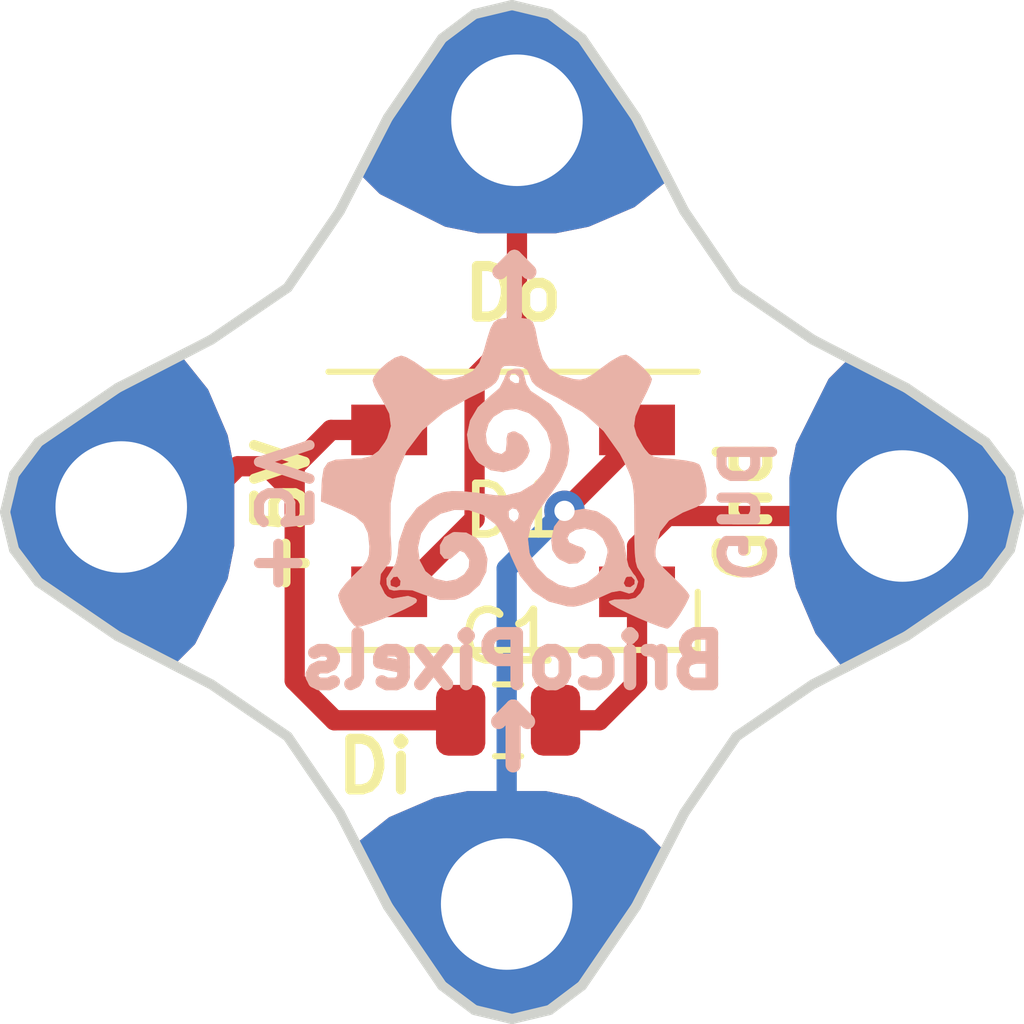
<source format=kicad_pcb>
(kicad_pcb (version 20171130) (host pcbnew 5.1.2-1.fc30)

  (general
    (thickness 1.6)
    (drawings 50)
    (tracks 31)
    (zones 0)
    (modules 7)
    (nets 5)
  )

  (page User 148.006 105.004)
  (title_block
    (title "WS2812B BricoPixels custom PCB")
    (date 2019-06-02)
    (rev 1)
    (company BricoLabs)
    (comment 1 "Diseñado: Pablo G.")
  )

  (layers
    (0 F.Cu signal)
    (31 B.Cu signal)
    (32 B.Adhes user)
    (33 F.Adhes user)
    (34 B.Paste user)
    (35 F.Paste user)
    (36 B.SilkS user)
    (37 F.SilkS user)
    (38 B.Mask user)
    (39 F.Mask user)
    (40 Dwgs.User user)
    (41 Cmts.User user)
    (42 Eco1.User user)
    (43 Eco2.User user)
    (44 Edge.Cuts user)
    (45 Margin user)
    (46 B.CrtYd user)
    (47 F.CrtYd user)
    (48 B.Fab user)
    (49 F.Fab user)
  )

  (setup
    (last_trace_width 0.4)
    (trace_clearance 0.2)
    (zone_clearance 0.508)
    (zone_45_only no)
    (trace_min 0.2)
    (via_size 0.8)
    (via_drill 0.4)
    (via_min_size 0.4)
    (via_min_drill 0.3)
    (uvia_size 0.3)
    (uvia_drill 0.1)
    (uvias_allowed no)
    (uvia_min_size 0.2)
    (uvia_min_drill 0.1)
    (edge_width 0.2)
    (segment_width 0.2)
    (pcb_text_width 0.3)
    (pcb_text_size 1.5 1.5)
    (mod_edge_width 0.15)
    (mod_text_size 1 1)
    (mod_text_width 0.15)
    (pad_size 1.5 1)
    (pad_drill 0)
    (pad_to_mask_clearance 0.051)
    (solder_mask_min_width 0.25)
    (aux_axis_origin 0 0)
    (visible_elements FFFFFF7F)
    (pcbplotparams
      (layerselection 0x010fc_ffffffff)
      (usegerberextensions false)
      (usegerberattributes false)
      (usegerberadvancedattributes false)
      (creategerberjobfile false)
      (excludeedgelayer true)
      (linewidth 0.100000)
      (plotframeref false)
      (viasonmask false)
      (mode 1)
      (useauxorigin false)
      (hpglpennumber 1)
      (hpglpenspeed 20)
      (hpglpendiameter 15.000000)
      (psnegative false)
      (psa4output false)
      (plotreference true)
      (plotvalue true)
      (plotinvisibletext false)
      (padsonsilk false)
      (subtractmaskfromsilk false)
      (outputformat 1)
      (mirror false)
      (drillshape 1)
      (scaleselection 1)
      (outputdirectory ""))
  )

  (net 0 "")
  (net 1 VCC)
  (net 2 GND)
  (net 3 "Net-(D1-Pad4)")
  (net 4 "Net-(D1-Pad2)")

  (net_class Default "This is the default net class."
    (clearance 0.2)
    (trace_width 0.4)
    (via_dia 0.8)
    (via_drill 0.4)
    (uvia_dia 0.3)
    (uvia_drill 0.1)
    (add_net GND)
    (add_net "Net-(D1-Pad2)")
    (add_net "Net-(D1-Pad4)")
    (add_net VCC)
  )

  (module LED_SMD:LED_WS2812B_PLCC4_5.0x5.0mm_P3.2mm (layer F.Cu) (tedit 5CF02DEE) (tstamp 5CF98DA6)
    (at 71.8058 32.766)
    (descr https://cdn-shop.adafruit.com/datasheets/WS2812B.pdf)
    (tags "LED RGB NeoPixel")
    (path /5CEA5BDC)
    (attr smd)
    (fp_text reference D1 (at 0 0) (layer F.SilkS)
      (effects (font (size 1 1) (thickness 0.15)))
    )
    (fp_text value WS2812B (at 0 -3.429) (layer F.Fab) hide
      (effects (font (size 1 1) (thickness 0.15)))
    )
    (fp_text user "" (at -3.81 0.127) (layer F.SilkS)
      (effects (font (size 1 1) (thickness 0.15)))
    )
    (fp_text user %R (at 4.445 0.127) (layer F.Fab) hide
      (effects (font (size 0.8 0.8) (thickness 0.15)))
    )
    (fp_line (start 3.45 -2.75) (end -3.45 -2.75) (layer F.CrtYd) (width 0.05))
    (fp_line (start 3.45 2.75) (end 3.45 -2.75) (layer F.CrtYd) (width 0.05))
    (fp_line (start -3.45 2.75) (end 3.45 2.75) (layer F.CrtYd) (width 0.05))
    (fp_line (start -3.45 -2.75) (end -3.45 2.75) (layer F.CrtYd) (width 0.05))
    (fp_line (start 2.5 1.5) (end 1.5 2.5) (layer F.Fab) (width 0.1))
    (fp_line (start -2.5 -2.5) (end -2.5 2.5) (layer F.Fab) (width 0.1))
    (fp_line (start -2.5 2.5) (end 2.5 2.5) (layer F.Fab) (width 0.1))
    (fp_line (start 2.5 2.5) (end 2.5 -2.5) (layer F.Fab) (width 0.1))
    (fp_line (start 2.5 -2.5) (end -2.5 -2.5) (layer F.Fab) (width 0.1))
    (fp_line (start -3.65 -2.75) (end 3.65 -2.75) (layer F.SilkS) (width 0.12))
    (fp_line (start -3.65 2.75) (end 3.65 2.75) (layer F.SilkS) (width 0.12))
    (fp_line (start 3.65 2.75) (end 3.65 1.6) (layer F.SilkS) (width 0.12))
    (fp_circle (center 0 0) (end 0 -2) (layer F.Fab) (width 0.1))
    (pad 3 smd rect (at 2.45 1.6) (size 1.5 1) (layers F.Cu F.Paste F.Mask)
      (net 2 GND))
    (pad 4 smd rect (at 2.45 -1.6) (size 1.5 1) (layers F.Cu F.Paste F.Mask)
      (net 3 "Net-(D1-Pad4)"))
    (pad 2 smd rect (at -2.45 1.6) (size 1.5 1) (layers F.Cu F.Paste F.Mask)
      (net 4 "Net-(D1-Pad2)"))
    (pad 1 smd rect (at -2.45 -1.6) (size 1.5 1) (layers F.Cu F.Paste F.Mask)
      (net 1 VCC))
    (model ${KISYS3DMOD}/LED_SMD.3dshapes/LED_WS2812B_PLCC4_5.0x5.0mm_P3.2mm.wrl
      (at (xyz 0 0 0))
      (scale (xyz 1 1 1))
      (rotate (xyz 0 0 0))
    )
    (model /home/scrawny/Descargas/WS2812B.wrl
      (at (xyz 0 0 0))
      (scale (xyz 5 3 5))
      (rotate (xyz -90 0 90))
    )
  )

  (module Capacitor_SMD:C_0805_2012Metric (layer F.Cu) (tedit 5B36C52B) (tstamp 5CFD7F02)
    (at 71.7065 36.9062)
    (descr "Capacitor SMD 0805 (2012 Metric), square (rectangular) end terminal, IPC_7351 nominal, (Body size source: https://docs.google.com/spreadsheets/d/1BsfQQcO9C6DZCsRaXUlFlo91Tg2WpOkGARC1WS5S8t0/edit?usp=sharing), generated with kicad-footprint-generator")
    (tags capacitor)
    (path /5CEA6EE1)
    (attr smd)
    (fp_text reference C1 (at 0 -1.65) (layer F.SilkS)
      (effects (font (size 1 1) (thickness 0.15)))
    )
    (fp_text value 0.1uF (at 0 1.65) (layer F.Fab)
      (effects (font (size 1 1) (thickness 0.15)))
    )
    (fp_line (start -1 0.6) (end -1 -0.6) (layer F.Fab) (width 0.1))
    (fp_line (start -1 -0.6) (end 1 -0.6) (layer F.Fab) (width 0.1))
    (fp_line (start 1 -0.6) (end 1 0.6) (layer F.Fab) (width 0.1))
    (fp_line (start 1 0.6) (end -1 0.6) (layer F.Fab) (width 0.1))
    (fp_line (start -0.258578 -0.71) (end 0.258578 -0.71) (layer F.SilkS) (width 0.12))
    (fp_line (start -0.258578 0.71) (end 0.258578 0.71) (layer F.SilkS) (width 0.12))
    (fp_line (start -1.68 0.95) (end -1.68 -0.95) (layer F.CrtYd) (width 0.05))
    (fp_line (start -1.68 -0.95) (end 1.68 -0.95) (layer F.CrtYd) (width 0.05))
    (fp_line (start 1.68 -0.95) (end 1.68 0.95) (layer F.CrtYd) (width 0.05))
    (fp_line (start 1.68 0.95) (end -1.68 0.95) (layer F.CrtYd) (width 0.05))
    (fp_text user %R (at 0 0) (layer F.Fab)
      (effects (font (size 0.5 0.5) (thickness 0.08)))
    )
    (pad 1 smd roundrect (at -0.9375 0) (size 0.975 1.4) (layers F.Cu F.Paste F.Mask) (roundrect_rratio 0.25)
      (net 1 VCC))
    (pad 2 smd roundrect (at 0.9375 0) (size 0.975 1.4) (layers F.Cu F.Paste F.Mask) (roundrect_rratio 0.25)
      (net 2 GND))
    (model ${KISYS3DMOD}/Capacitor_SMD.3dshapes/C_0805_2012Metric.wrl
      (at (xyz 0 0 0))
      (scale (xyz 1 1 1))
      (rotate (xyz 0 0 0))
    )
  )

  (module Bricopixels_pads:BricoPixel_pad_4x (layer F.Cu) (tedit 5CF02F5D) (tstamp 5D169565)
    (at 64.0588 32.6898 90)
    (path /5CF0315D)
    (fp_text reference J1 (at -0.472591 0.524153 90) (layer F.SilkS) hide
      (effects (font (size 1 1) (thickness 0.15)))
    )
    (fp_text value Conn_01x01_Female (at -0.472591 -0.475847 90) (layer F.Fab) hide
      (effects (font (size 1 1) (thickness 0.15)))
    )
    (pad 1 thru_hole custom (at 0 0 90) (size 3 3) (drill 2.6) (layers *.Cu *.Mask)
      (net 1 VCC) (zone_connect 0)
      (options (clearance outline) (anchor circle))
      (primitives
        (gr_poly (pts
           (xy 0 -2.159) (xy 0.635 -2.032) (xy 1.27 -1.524) (xy 2.286 0) (xy 2.921 1.143)
           (xy 2.286 1.651) (xy 1.397 2.032) (xy 0.762 2.159) (xy 0 2.159) (xy -0.762 2.159)
           (xy -1.397 2.032) (xy -2.667 1.397) (xy -3.048 1.016) (xy -2.413 -0.127) (xy -1.397 -1.524)
           (xy -0.762 -2.032)) (width 0.15))
      ))
  )

  (module Bricopixels_pads:BricoPixel_pad_4x (layer F.Cu) (tedit 5CF02F5D) (tstamp 5D16956A)
    (at 71.882 25.0444)
    (path /5CEA73CD)
    (fp_text reference J2 (at -0.472591 0.524153) (layer F.SilkS) hide
      (effects (font (size 1 1) (thickness 0.15)))
    )
    (fp_text value Conn_01x01_Female (at -0.472591 -0.475847) (layer F.Fab) hide
      (effects (font (size 1 1) (thickness 0.15)))
    )
    (pad 1 thru_hole custom (at 0 0) (size 3 3) (drill 2.6) (layers *.Cu *.Mask)
      (net 4 "Net-(D1-Pad2)") (zone_connect 0)
      (options (clearance outline) (anchor circle))
      (primitives
        (gr_poly (pts
           (xy 0 -2.159) (xy 0.635 -2.032) (xy 1.27 -1.524) (xy 2.286 0) (xy 2.921 1.143)
           (xy 2.286 1.651) (xy 1.397 2.032) (xy 0.762 2.159) (xy 0 2.159) (xy -0.762 2.159)
           (xy -1.397 2.032) (xy -2.667 1.397) (xy -3.048 1.016) (xy -2.413 -0.127) (xy -1.397 -1.524)
           (xy -0.762 -2.032)) (width 0.15))
      ))
  )

  (module Bricopixels_pads:BricoPixel_pad_4x (layer F.Cu) (tedit 5CF02F5D) (tstamp 5D169587)
    (at 79.502 32.8676 270)
    (path /5CF03202)
    (fp_text reference J3 (at -0.472591 0.524153 270) (layer F.SilkS) hide
      (effects (font (size 1 1) (thickness 0.15)))
    )
    (fp_text value Conn_01x01_Female (at -0.472591 -0.475847 270) (layer F.Fab) hide
      (effects (font (size 1 1) (thickness 0.15)))
    )
    (pad 1 thru_hole custom (at 0 0 270) (size 3 3) (drill 2.6) (layers *.Cu *.Mask)
      (net 2 GND) (zone_connect 0)
      (options (clearance outline) (anchor circle))
      (primitives
        (gr_poly (pts
           (xy 0 -2.159) (xy 0.635 -2.032) (xy 1.27 -1.524) (xy 2.286 0) (xy 2.921 1.143)
           (xy 2.286 1.651) (xy 1.397 2.032) (xy 0.762 2.159) (xy 0 2.159) (xy -0.762 2.159)
           (xy -1.397 2.032) (xy -2.667 1.397) (xy -3.048 1.016) (xy -2.413 -0.127) (xy -1.397 -1.524)
           (xy -0.762 -2.032)) (width 0.15))
      ))
  )

  (module Bricopixels_pads:BricoPixel_pad_4x (layer F.Cu) (tedit 5CF02F5D) (tstamp 5D16958C)
    (at 71.6788 40.5384 180)
    (path /5CEA6859)
    (fp_text reference J4 (at -0.472591 0.524153 180) (layer F.SilkS) hide
      (effects (font (size 1 1) (thickness 0.15)))
    )
    (fp_text value Conn_01x01_Female (at -0.472591 -0.475847 180) (layer F.Fab) hide
      (effects (font (size 1 1) (thickness 0.15)))
    )
    (pad 1 thru_hole custom (at 0 0 180) (size 3 3) (drill 2.6) (layers *.Cu *.Mask)
      (net 3 "Net-(D1-Pad4)") (zone_connect 0)
      (options (clearance outline) (anchor circle))
      (primitives
        (gr_poly (pts
           (xy 0 -2.159) (xy 0.635 -2.032) (xy 1.27 -1.524) (xy 2.286 0) (xy 2.921 1.143)
           (xy 2.286 1.651) (xy 1.397 2.032) (xy 0.762 2.159) (xy 0 2.159) (xy -0.762 2.159)
           (xy -1.397 2.032) (xy -2.667 1.397) (xy -3.048 1.016) (xy -2.413 -0.127) (xy -1.397 -1.524)
           (xy -0.762 -2.032)) (width 0.15))
      ))
  )

  (module Logos:BricoLabs_only_logo (layer B.Cu) (tedit 0) (tstamp 5D23133A)
    (at 71.882 32.0548 180)
    (fp_text reference G*** (at 0 0 180) (layer B.SilkS) hide
      (effects (font (size 1.524 1.524) (thickness 0.3)) (justify mirror))
    )
    (fp_text value LOGO (at 0.75 0 180) (layer B.SilkS) hide
      (effects (font (size 1.524 1.524) (thickness 0.3)) (justify mirror))
    )
    (fp_poly (pts (xy 0.049685 2.094629) (xy 0.182551 2.04683) (xy 0.243485 1.920423) (xy 0.247511 1.899653)
      (xy 0.342176 1.715413) (xy 0.526586 1.557282) (xy 0.770197 1.336059) (xy 0.923805 1.074758)
      (xy 0.983391 0.797333) (xy 0.944936 0.527737) (xy 0.804423 0.289924) (xy 0.748528 0.234327)
      (xy 0.515855 0.094533) (xy 0.265583 0.056388) (xy 0.030192 0.120672) (xy -0.095742 0.214013)
      (xy -0.200001 0.349182) (xy -0.24752 0.471806) (xy -0.247805 0.479009) (xy -0.204707 0.645918)
      (xy -0.098737 0.784321) (xy 0.035118 0.854469) (xy 0.083421 0.855354) (xy 0.176318 0.818217)
      (xy 0.202722 0.718907) (xy 0.198417 0.642751) (xy 0.217101 0.475071) (xy 0.305042 0.407296)
      (xy 0.448727 0.447344) (xy 0.488498 0.472821) (xy 0.596408 0.616391) (xy 0.621433 0.810066)
      (xy 0.564844 1.013012) (xy 0.46745 1.148914) (xy 0.255152 1.282494) (xy 0.012767 1.307567)
      (xy -0.233118 1.225807) (xy -0.405226 1.093993) (xy -0.594304 0.850212) (xy -0.671218 0.595736)
      (xy -0.655678 0.346609) (xy -0.542847 0.058794) (xy -0.337963 -0.176305) (xy -0.068143 -0.339869)
      (xy 0.23949 -0.41308) (xy 0.429085 -0.40608) (xy 0.803854 -0.355023) (xy 1.081889 -0.327663)
      (xy 1.288144 -0.324372) (xy 1.447573 -0.345519) (xy 1.585127 -0.391475) (xy 1.654269 -0.424264)
      (xy 1.974362 -0.653168) (xy 2.203239 -0.958866) (xy 2.330494 -1.324229) (xy 2.353801 -1.575763)
      (xy 2.396742 -1.755744) (xy 2.483897 -1.895737) (xy 2.576748 -2.047696) (xy 2.570407 -2.170087)
      (xy 2.522358 -2.259665) (xy 2.430485 -2.28449) (xy 2.309089 -2.270935) (xy 2.068245 -2.277318)
      (xy 1.839948 -2.36363) (xy 1.526591 -2.466885) (xy 1.224244 -2.464388) (xy 0.955319 -2.364323)
      (xy 0.74223 -2.174871) (xy 0.610478 -1.914761) (xy 0.586811 -1.659983) (xy 0.657969 -1.430828)
      (xy 0.803766 -1.250955) (xy 1.004013 -1.144024) (xy 1.238524 -1.133694) (xy 1.270871 -1.14078)
      (xy 1.430945 -1.234288) (xy 1.520023 -1.391363) (xy 1.517062 -1.55112) (xy 1.436944 -1.654105)
      (xy 1.318892 -1.657849) (xy 1.206095 -1.566607) (xy 1.129335 -1.495946) (xy 1.04427 -1.530801)
      (xy 1.028899 -1.543217) (xy 0.938752 -1.680036) (xy 0.948742 -1.830885) (xy 1.041796 -1.969623)
      (xy 1.200841 -2.070112) (xy 1.396719 -2.106341) (xy 1.448235 -2.094416) (xy 2.298628 -2.094416)
      (xy 2.307909 -2.187585) (xy 2.381466 -2.230244) (xy 2.481648 -2.200533) (xy 2.501281 -2.180822)
      (xy 2.503867 -2.091644) (xy 2.443489 -2.016307) (xy 2.363392 -2.007765) (xy 2.361073 -2.009134)
      (xy 2.298628 -2.094416) (xy 1.448235 -2.094416) (xy 1.631607 -2.051969) (xy 1.812759 -1.905564)
      (xy 1.926924 -1.692194) (xy 1.960853 -1.436929) (xy 1.901294 -1.164836) (xy 1.898256 -1.157469)
      (xy 1.739402 -0.921941) (xy 1.509889 -0.764704) (xy 1.236995 -0.688152) (xy 0.947996 -0.694679)
      (xy 0.670172 -0.786679) (xy 0.430798 -0.966546) (xy 0.381113 -1.024309) (xy 0.2971 -1.165612)
      (xy 0.200757 -1.378203) (xy 0.119018 -1.598595) (xy -0.064006 -1.99506) (xy -0.316739 -2.29807)
      (xy -0.630345 -2.500494) (xy -0.995987 -2.595206) (xy -1.124319 -2.601606) (xy -1.267868 -2.573273)
      (xy -1.46749 -2.499738) (xy -1.622451 -2.426227) (xy -1.867504 -2.316337) (xy -2.033296 -2.287995)
      (xy -2.077888 -2.29797) (xy -2.216768 -2.342189) (xy -2.294116 -2.320139) (xy -2.357274 -2.224399)
      (xy -2.391103 -2.111226) (xy -2.374509 -2.076972) (xy -2.33231 -2.076972) (xy -2.326507 -2.162895)
      (xy -2.241493 -2.224297) (xy -2.148439 -2.214016) (xy -2.106341 -2.140973) (xy -2.147617 -2.033193)
      (xy -2.17369 -2.010078) (xy -2.266471 -2.007282) (xy -2.33231 -2.076972) (xy -2.374509 -2.076972)
      (xy -2.33951 -2.004731) (xy -2.297503 -1.957113) (xy -2.202545 -1.807468) (xy -2.167947 -1.66869)
      (xy -2.113037 -1.325368) (xy -1.96059 -1.023117) (xy -1.8239 -0.872413) (xy -1.581059 -0.723772)
      (xy -1.326534 -0.673689) (xy -1.084824 -0.713173) (xy -0.880428 -0.833231) (xy -0.737845 -1.024872)
      (xy -0.681573 -1.279104) (xy -0.681463 -1.291714) (xy -0.704124 -1.485684) (xy -0.789015 -1.619535)
      (xy -0.846075 -1.669272) (xy -1.026244 -1.755297) (xy -1.197749 -1.743774) (xy -1.315514 -1.648845)
      (xy -1.35891 -1.522086) (xy -1.288647 -1.438281) (xy -1.177073 -1.403195) (xy -1.034148 -1.341151)
      (xy -0.991377 -1.250308) (xy -1.037216 -1.15549) (xy -1.16012 -1.081522) (xy -1.339845 -1.053171)
      (xy -1.53894 -1.109202) (xy -1.699748 -1.253795) (xy -1.788648 -1.451694) (xy -1.796585 -1.532089)
      (xy -1.739793 -1.766885) (xy -1.58969 -1.979737) (xy -1.376686 -2.142008) (xy -1.131193 -2.225058)
      (xy -1.055223 -2.230244) (xy -0.822378 -2.17542) (xy -0.589629 -2.030172) (xy -0.390667 -1.823339)
      (xy -0.259183 -1.583757) (xy -0.244429 -1.536243) (xy -0.213589 -1.271626) (xy -0.270725 -1.002647)
      (xy -0.394411 -0.763709) (xy -0.044265 -0.763709) (xy -0.025511 -0.868413) (xy 0.048002 -0.928128)
      (xy 0.061952 -0.929268) (xy 0.138448 -0.879546) (xy 0.165049 -0.832177) (xy 0.167524 -0.714567)
      (xy 0.095052 -0.656582) (xy 0.005943 -0.677791) (xy -0.044265 -0.763709) (xy -0.394411 -0.763709)
      (xy -0.422812 -0.708844) (xy -0.61706 -0.442763) (xy -0.853145 -0.108377) (xy -0.988842 0.191738)
      (xy -1.032223 0.483211) (xy -0.997624 0.765402) (xy -0.86861 1.12457) (xy -0.664423 1.390903)
      (xy -0.435804 1.547686) (xy -0.268435 1.657416) (xy -0.183547 1.792824) (xy -0.158725 1.890791)
      (xy -0.156446 1.899374) (xy -0.051241 1.899374) (xy -0.038452 1.813012) (xy 0.040838 1.807296)
      (xy 0.136243 1.86746) (xy 0.154878 1.921336) (xy 0.116207 2.000243) (xy 0.034856 2.00476)
      (xy -0.03718 1.94043) (xy -0.051241 1.899374) (xy -0.156446 1.899374) (xy -0.119571 2.038223)
      (xy -0.056338 2.094709) (xy 0.049685 2.094629)) (layer B.SilkS) (width 0.01))
    (fp_poly (pts (xy 0.248074 3.095254) (xy 0.370949 3.074302) (xy 0.455371 3.013655) (xy 0.520629 2.892266)
      (xy 0.586013 2.689086) (xy 0.648659 2.46338) (xy 0.740331 2.214656) (xy 0.870133 2.05194)
      (xy 1.068134 1.94905) (xy 1.307059 1.890095) (xy 1.439756 1.876874) (xy 1.557046 1.904881)
      (xy 1.69766 1.989341) (xy 1.845169 2.101613) (xy 2.028992 2.232643) (xy 2.191558 2.323931)
      (xy 2.288217 2.354146) (xy 2.415063 2.312187) (xy 2.571563 2.207929) (xy 2.720307 2.0738)
      (xy 2.823884 1.942229) (xy 2.849491 1.867607) (xy 2.816608 1.76066) (xy 2.732664 1.597554)
      (xy 2.663903 1.486829) (xy 2.521179 1.211608) (xy 2.488108 0.964748) (xy 2.56296 0.720336)
      (xy 2.607489 0.641529) (xy 2.733096 0.471133) (xy 2.873747 0.370043) (xy 3.065564 0.321755)
      (xy 3.333708 0.309756) (xy 3.584153 0.296563) (xy 3.737273 0.240907) (xy 3.818282 0.118674)
      (xy 3.852391 -0.094249) (xy 3.85778 -0.191487) (xy 3.871952 -0.521985) (xy 3.478986 -0.680566)
      (xy 3.204118 -0.813426) (xy 3.032027 -0.961101) (xy 2.942178 -1.150502) (xy 2.914039 -1.408538)
      (xy 2.913903 -1.421135) (xy 2.92111 -1.577281) (xy 2.959764 -1.696362) (xy 3.050923 -1.81681)
      (xy 3.215644 -1.977057) (xy 3.221464 -1.982439) (xy 3.378784 -2.143415) (xy 3.490283 -2.287259)
      (xy 3.53122 -2.380429) (xy 3.498375 -2.516345) (xy 3.417093 -2.691326) (xy 3.313256 -2.860179)
      (xy 3.212746 -2.97771) (xy 3.17533 -3.001878) (xy 3.08448 -2.99227) (xy 2.909474 -2.939403)
      (xy 2.678346 -2.852606) (xy 2.497285 -2.776262) (xy 2.234378 -2.657622) (xy 2.071054 -2.574493)
      (xy 1.991906 -2.516245) (xy 1.981527 -2.472249) (xy 2.011295 -2.440963) (xy 2.153507 -2.396194)
      (xy 2.31194 -2.422661) (xy 2.462943 -2.449704) (xy 2.562916 -2.406675) (xy 2.617439 -2.348301)
      (xy 2.714368 -2.152417) (xy 2.694963 -1.959229) (xy 2.594611 -1.821675) (xy 2.531406 -1.75428)
      (xy 2.495864 -1.673073) (xy 2.483741 -1.547888) (xy 2.490794 -1.34856) (xy 2.50316 -1.171518)
      (xy 2.501109 -0.557187) (xy 2.396589 -0.01198) (xy 2.187852 0.467147) (xy 1.873145 0.883236)
      (xy 1.450718 1.239331) (xy 0.953194 1.522388) (xy 0.691837 1.649731) (xy 0.522381 1.745079)
      (xy 0.422829 1.825214) (xy 0.371183 1.906917) (xy 0.349998 1.982572) (xy 0.316442 2.103548)
      (xy 0.254449 2.155348) (xy 0.124047 2.161202) (xy 0.050899 2.156407) (xy -0.118845 2.133425)
      (xy -0.206551 2.07876) (xy -0.254025 1.964441) (xy -0.257869 1.949818) (xy -0.298493 1.849011)
      (xy -0.377786 1.762115) (xy -0.519868 1.670542) (xy -0.74886 1.555702) (xy -0.801081 1.531166)
      (xy -1.306207 1.237277) (xy -1.714836 0.869592) (xy -2.035724 0.419694) (xy -2.117043 0.265698)
      (xy -2.201063 0.090025) (xy -2.258454 -0.054239) (xy -2.294288 -0.19746) (xy -2.313637 -0.370006)
      (xy -2.321572 -0.602243) (xy -2.323165 -0.92454) (xy -2.32317 -0.968521) (xy -2.325503 -1.312669)
      (xy -2.334216 -1.555183) (xy -2.351888 -1.718273) (xy -2.381093 -1.824149) (xy -2.424407 -1.89502)
      (xy -2.431585 -1.903237) (xy -2.527332 -2.060557) (xy -2.512178 -2.219959) (xy -2.443087 -2.341037)
      (xy -2.348161 -2.433746) (xy -2.211173 -2.465741) (xy -2.093542 -2.463237) (xy -1.930541 -2.467468)
      (xy -1.82965 -2.497657) (xy -1.81776 -2.511989) (xy -1.862354 -2.555718) (xy -1.993754 -2.631231)
      (xy -2.183228 -2.725563) (xy -2.40204 -2.82575) (xy -2.621458 -2.918825) (xy -2.812749 -2.991824)
      (xy -2.94718 -3.031781) (xy -2.978213 -3.03561) (xy -3.041913 -2.987317) (xy -3.142681 -2.862857)
      (xy -3.222828 -2.7447) (xy -3.325084 -2.572588) (xy -3.392297 -2.438626) (xy -3.407817 -2.388481)
      (xy -3.365434 -2.317851) (xy -3.252832 -2.190321) (xy -3.092602 -2.031075) (xy -3.058731 -1.999396)
      (xy -2.882363 -1.832139) (xy -2.78085 -1.715723) (xy -2.736915 -1.618138) (xy -2.733282 -1.50738)
      (xy -2.743938 -1.416222) (xy -2.82946 -1.119211) (xy -3.00328 -0.899175) (xy -3.278362 -0.740562)
      (xy -3.320844 -0.724157) (xy -3.555333 -0.628708) (xy -3.690423 -0.539035) (xy -3.746012 -0.427445)
      (xy -3.741996 -0.266245) (xy -3.724575 -0.162239) (xy -3.677664 0.027735) (xy -3.622153 0.169943)
      (xy -3.597255 0.206743) (xy -3.502875 0.246543) (xy -3.322652 0.28309) (xy -3.09457 0.308798)
      (xy -3.08126 0.309756) (xy -2.847171 0.329663) (xy -2.700811 0.358925) (xy -2.606132 0.412523)
      (xy -2.527086 0.505438) (xy -2.493845 0.553881) (xy -2.362421 0.77731) (xy -2.310702 0.964808)
      (xy -2.337566 1.158332) (xy -2.441892 1.399839) (xy -2.469787 1.453493) (xy -2.569355 1.651424)
      (xy -2.639764 1.809481) (xy -2.665651 1.892847) (xy -2.619888 1.976874) (xy -2.508816 2.100453)
      (xy -2.367486 2.23047) (xy -2.230946 2.333815) (xy -2.158376 2.372078) (xy -2.046759 2.353018)
      (xy -1.864488 2.25078) (xy -1.696075 2.128808) (xy -1.499819 1.982934) (xy -1.362185 1.904047)
      (xy -1.248368 1.877754) (xy -1.123562 1.889658) (xy -1.119595 1.890397) (xy -0.834163 1.96945)
      (xy -0.636426 2.095915) (xy -0.504728 2.293133) (xy -0.417412 2.584445) (xy -0.401931 2.663903)
      (xy -0.358229 2.8887) (xy -0.31057 3.018256) (xy -0.230566 3.078796) (xy -0.089828 3.096549)
      (xy 0.067454 3.097561) (xy 0.248074 3.095254)) (layer B.SilkS) (width 0.01))
  )

  (gr_text Gnd (at 76.3778 32.766 270) (layer B.SilkS) (tstamp 5D09FBF9)
    (effects (font (size 1 1) (thickness 0.2)) (justify mirror))
  )
  (gr_text +5V (at 67.2338 32.893 270) (layer B.SilkS) (tstamp 5D09FBF1)
    (effects (font (size 1 1) (thickness 0.2)) (justify mirror))
  )
  (gr_text ↑ (at 71.8312 28.2194) (layer B.SilkS) (tstamp 5D09FBE3)
    (effects (font (size 1.5 1.5) (thickness 0.3)))
  )
  (gr_text ↑ (at 71.8058 37.1094) (layer B.SilkS) (tstamp 5D09FBE6)
    (effects (font (size 1.5 1.5) (thickness 0.3)))
  )
  (gr_text BricoPixels (at 71.8058 35.7378) (layer B.SilkS)
    (effects (font (size 1 1) (thickness 0.25)) (justify mirror))
  )
  (gr_text Gnd (at 76.3778 32.766 90) (layer F.SilkS)
    (effects (font (size 1 1) (thickness 0.2)))
  )
  (gr_text Do (at 71.8058 28.4734) (layer F.SilkS)
    (effects (font (size 1 1) (thickness 0.2)))
  )
  (gr_text Di (at 69.088 37.8206) (layer F.SilkS)
    (effects (font (size 1 1) (thickness 0.2)))
  )
  (gr_text +5V (at 67.2338 32.893 90) (layer F.SilkS)
    (effects (font (size 1 1) (thickness 0.2)))
  )
  (gr_line (start 62.421945 31.405924) (end 63.987504 30.33586) (layer Edge.Cuts) (width 0.2))
  (gr_line (start 63.987506 35.242464) (end 62.421946 34.172402) (layer Edge.Cuts) (width 0.2))
  (gr_line (start 65.836796 29.383322) (end 67.348028 28.352661) (layer Edge.Cuts) (width 0.2))
  (gr_line (start 67.348028 28.352661) (end 68.378686 26.841428) (layer Edge.Cuts) (width 0.2))
  (gr_line (start 61.939877 32.046169) (end 62.421945 31.405924) (layer Edge.Cuts) (width 0.2))
  (gr_line (start 61.761916 32.789163) (end 61.939877 32.046169) (layer Edge.Cuts) (width 0.2))
  (gr_line (start 62.421946 34.172402) (end 61.939878 33.532158) (layer Edge.Cuts) (width 0.2))
  (gr_line (start 71.784523 22.766543) (end 72.527518 22.944504) (layer Edge.Cuts) (width 0.2))
  (gr_line (start 73.167775 42.15174) (end 72.527531 42.633808) (layer Edge.Cuts) (width 0.2))
  (gr_line (start 72.527518 22.944504) (end 73.167763 23.426572) (layer Edge.Cuts) (width 0.2))
  (gr_line (start 67.348034 37.225658) (end 65.8368 36.195) (layer Edge.Cuts) (width 0.2))
  (gr_line (start 70.401284 23.426574) (end 71.041528 22.944505) (layer Edge.Cuts) (width 0.2))
  (gr_line (start 69.331222 24.992134) (end 70.401284 23.426574) (layer Edge.Cuts) (width 0.2))
  (gr_line (start 71.784536 42.81177) (end 71.041541 42.633809) (layer Edge.Cuts) (width 0.2))
  (gr_line (start 73.167763 23.426572) (end 74.237827 24.992131) (layer Edge.Cuts) (width 0.2))
  (gr_line (start 63.987504 30.33586) (end 65.836796 29.383322) (layer Edge.Cuts) (width 0.2))
  (gr_line (start 72.527531 42.633808) (end 71.784536 42.81177) (layer Edge.Cuts) (width 0.2))
  (gr_line (start 71.041541 42.633809) (end 70.401296 42.151741) (layer Edge.Cuts) (width 0.2))
  (gr_line (start 76.221031 37.225653) (end 75.190373 38.736886) (layer Edge.Cuts) (width 0.2))
  (gr_line (start 71.041528 22.944505) (end 71.784523 22.766543) (layer Edge.Cuts) (width 0.2))
  (gr_line (start 75.190365 26.841423) (end 76.221025 28.352655) (layer Edge.Cuts) (width 0.2))
  (gr_line (start 79.581553 30.335849) (end 81.147113 31.405911) (layer Edge.Cuts) (width 0.2))
  (gr_line (start 77.732263 36.194992) (end 76.221031 37.225653) (layer Edge.Cuts) (width 0.2))
  (gr_line (start 81.147114 34.17239) (end 79.581556 35.242454) (layer Edge.Cuts) (width 0.2))
  (gr_line (start 74.237837 40.58618) (end 73.167775 42.15174) (layer Edge.Cuts) (width 0.2))
  (gr_line (start 76.221025 28.352655) (end 77.732259 29.383314) (layer Edge.Cuts) (width 0.2))
  (gr_line (start 68.378694 38.73689) (end 67.348034 37.225658) (layer Edge.Cuts) (width 0.2))
  (gr_line (start 69.331232 40.586183) (end 68.378694 38.73689) (layer Edge.Cuts) (width 0.2))
  (gr_line (start 70.401296 42.151741) (end 69.331232 40.586183) (layer Edge.Cuts) (width 0.2))
  (gr_line (start 77.732259 29.383314) (end 79.581553 30.335849) (layer Edge.Cuts) (width 0.2))
  (gr_line (start 68.378686 26.841428) (end 69.331222 24.992134) (layer Edge.Cuts) (width 0.2))
  (gr_line (start 79.581556 35.242454) (end 77.732263 36.194992) (layer Edge.Cuts) (width 0.2))
  (gr_line (start 81.147113 31.405911) (end 81.629181 32.046155) (layer Edge.Cuts) (width 0.2))
  (gr_line (start 81.629182 33.532145) (end 81.147114 34.17239) (layer Edge.Cuts) (width 0.2))
  (gr_line (start 81.629181 32.046155) (end 81.807143 32.78915) (layer Edge.Cuts) (width 0.2))
  (gr_line (start 61.939878 33.532158) (end 61.761916 32.789163) (layer Edge.Cuts) (width 0.2))
  (gr_line (start 81.807143 32.78915) (end 81.807143 32.78915) (layer Edge.Cuts) (width 0.2))
  (gr_line (start 81.807143 32.78915) (end 81.629182 33.532145) (layer Edge.Cuts) (width 0.2))
  (gr_line (start 74.237827 24.992131) (end 75.190365 26.841423) (layer Edge.Cuts) (width 0.2))
  (gr_line (start 75.190373 38.736886) (end 74.237837 40.58618) (layer Edge.Cuts) (width 0.2))
  (gr_line (start 65.8368 36.195) (end 63.987506 35.242464) (layer Edge.Cuts) (width 0.2))

  (segment (start 69.6058 31.166) (end 69.3558 31.166) (width 0.25) (layer F.Cu) (net 1))
  (segment (start 65.5826 31.166) (end 64.0588 32.6898) (width 0.25) (layer F.Cu) (net 1))
  (segment (start 67.4878 36.1188) (end 68.2752 36.9062) (width 0.4) (layer F.Cu) (net 1))
  (segment (start 69.3558 31.166) (end 68.2058 31.166) (width 0.4) (layer F.Cu) (net 1))
  (segment (start 68.2752 36.9062) (end 70.769 36.9062) (width 0.4) (layer F.Cu) (net 1))
  (segment (start 68.2058 31.166) (end 67.4878 31.884) (width 0.4) (layer F.Cu) (net 1))
  (segment (start 65.5574 32.6898) (end 64.0588 32.6898) (width 0.4) (layer F.Cu) (net 1))
  (segment (start 66.3632 31.884) (end 65.5574 32.6898) (width 0.4) (layer F.Cu) (net 1))
  (segment (start 67.0052 31.9532) (end 67.4878 32.4358) (width 0.4) (layer F.Cu) (net 1))
  (segment (start 67.0052 31.884) (end 67.0052 31.9532) (width 0.4) (layer F.Cu) (net 1))
  (segment (start 67.4878 32.4358) (end 67.4878 36.1188) (width 0.4) (layer F.Cu) (net 1))
  (segment (start 67.0052 31.884) (end 66.3632 31.884) (width 0.4) (layer F.Cu) (net 1))
  (segment (start 67.4878 31.884) (end 67.4878 32.4358) (width 0.4) (layer F.Cu) (net 1))
  (segment (start 67.4878 31.884) (end 67.0052 31.884) (width 0.4) (layer F.Cu) (net 1))
  (segment (start 74.2443 34.3775) (end 74.2558 34.366) (width 0.25) (layer F.Cu) (net 2))
  (segment (start 74.2558 33.466) (end 74.2558 34.366) (width 0.4) (layer F.Cu) (net 2))
  (segment (start 74.8542 32.8676) (end 74.2558 33.466) (width 0.4) (layer F.Cu) (net 2))
  (segment (start 79.502 32.8676) (end 74.8542 32.8676) (width 0.4) (layer F.Cu) (net 2))
  (segment (start 72.644 36.9062) (end 73.5076 36.9062) (width 0.4) (layer F.Cu) (net 2))
  (segment (start 74.2558 36.158) (end 74.2558 34.366) (width 0.4) (layer F.Cu) (net 2))
  (segment (start 73.5076 36.9062) (end 74.2558 36.158) (width 0.4) (layer F.Cu) (net 2))
  (via (at 72.8218 32.766) (size 0.8) (drill 0.4) (layers F.Cu B.Cu) (net 3))
  (segment (start 74.2558 31.166) (end 74.2558 31.332) (width 0.4) (layer F.Cu) (net 3))
  (segment (start 74.2558 31.332) (end 72.8218 32.766) (width 0.4) (layer F.Cu) (net 3))
  (segment (start 71.6788 33.909) (end 71.6788 40.5384) (width 0.4) (layer B.Cu) (net 3))
  (segment (start 72.8218 32.766) (end 71.6788 33.909) (width 0.4) (layer B.Cu) (net 3))
  (segment (start 69.6058 34.366) (end 71.0438 32.928) (width 0.4) (layer F.Cu) (net 4))
  (segment (start 69.3558 34.366) (end 69.6058 34.366) (width 0.4) (layer F.Cu) (net 4))
  (segment (start 71.0438 32.928) (end 71.0438 30.1244) (width 0.4) (layer F.Cu) (net 4))
  (segment (start 71.882 29.2862) (end 71.882 25.0444) (width 0.4) (layer F.Cu) (net 4))
  (segment (start 71.0438 30.1244) (end 71.882 29.2862) (width 0.4) (layer F.Cu) (net 4))

)

</source>
